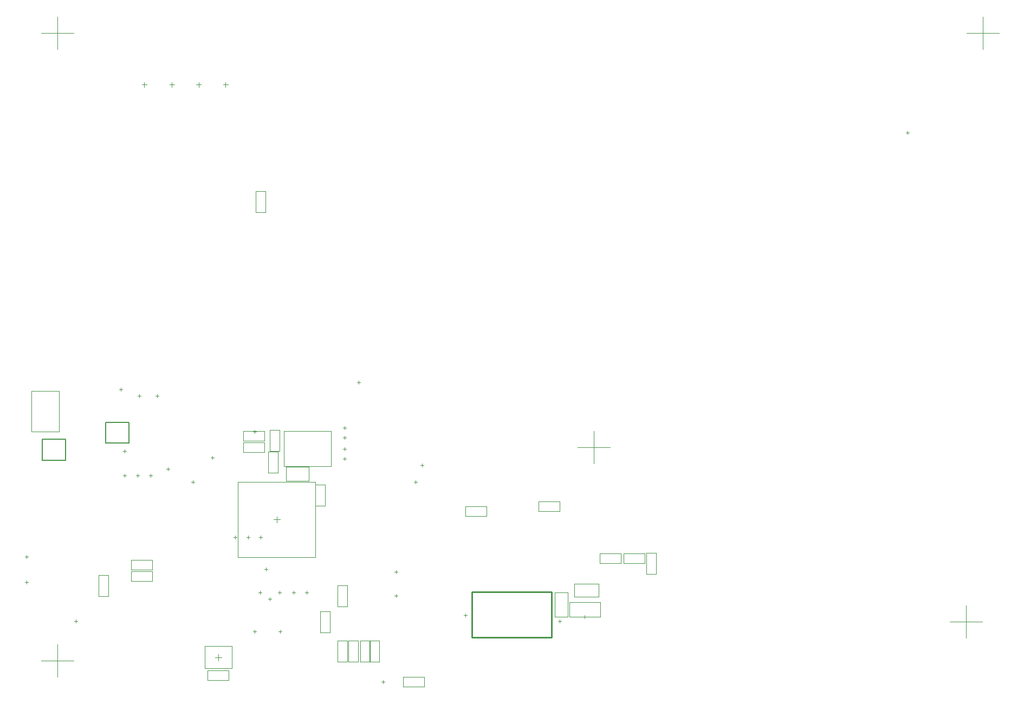
<source format=gbr>
%TF.GenerationSoftware,Altium Limited,Altium Designer,20.0.13 (296)*%
G04 Layer_Color=8388736*
%FSLAX26Y26*%
%MOIN*%
%TF.FileFunction,Other,Bottom_Courtyard*%
%TF.Part,Single*%
G01*
G75*
%TA.AperFunction,NonConductor*%
%ADD106C,0.007874*%
%ADD107C,0.010000*%
%ADD188C,0.004000*%
%ADD189C,0.003937*%
%ADD195C,0.001968*%
D106*
X687835Y1561220D02*
Y1688780D01*
X542165D02*
X687835D01*
X542165Y1561220D02*
X687835D01*
X542165D02*
Y1688780D01*
X297835Y1456220D02*
Y1583780D01*
X152165D02*
X297835D01*
X152165Y1456220D02*
X297835D01*
X152165D02*
Y1583780D01*
D107*
X3285000Y365000D02*
Y645000D01*
X2795000Y365000D02*
X3285000D01*
X2795000D02*
Y645000D01*
X3285000D01*
D188*
X3728496Y823000D02*
X3858496D01*
Y883000D01*
X3728496D02*
X3858496D01*
X3728496Y823000D02*
Y883000D01*
X1616461Y390000D02*
Y410000D01*
X1606461Y400000D02*
X1626461D01*
X1460000Y390000D02*
Y410000D01*
X1450000Y400000D02*
X1470000D01*
X1541461Y600000D02*
X1561461D01*
X1551461Y590000D02*
Y610000D01*
X2098465Y1925000D02*
Y1945000D01*
X2088465Y1935000D02*
X2108465D01*
X2451102Y1310000D02*
Y1330000D01*
X2441102Y1320000D02*
X2461102D01*
X2480000Y1425000D02*
X2500000D01*
X2490000Y1415000D02*
Y1435000D01*
X729429Y1360000D02*
X749429D01*
X739429Y1350000D02*
Y1370000D01*
X925965Y1390000D02*
Y1410000D01*
X915965Y1400000D02*
X935965D01*
X649429Y1361500D02*
X669429D01*
X659429Y1351500D02*
Y1371500D01*
X360000Y455000D02*
Y475000D01*
X350000Y465000D02*
X370000D01*
X1530000Y775000D02*
Y795000D01*
X1520000Y785000D02*
X1540000D01*
X2250000Y80000D02*
Y100000D01*
X2240000Y90000D02*
X2260000D01*
X1410000Y981535D02*
X1430000D01*
X1420000Y971535D02*
Y991535D01*
X1330000Y981535D02*
X1350000D01*
X1340000Y971535D02*
Y991535D01*
X2035000Y215630D02*
Y345630D01*
Y215630D02*
X2095000D01*
Y345630D01*
X2035000D02*
X2095000D01*
X1970000Y215000D02*
Y345000D01*
Y215000D02*
X2030000D01*
Y345000D01*
X1970000D02*
X2030000D01*
X1170591Y162401D02*
X1300591D01*
X1170591Y102401D02*
Y162401D01*
Y102401D02*
X1300591D01*
Y162401D01*
X1922677Y395875D02*
Y525875D01*
X1862677D02*
X1922677D01*
X1862677Y395875D02*
Y525875D01*
Y395875D02*
X1922677D01*
X2168740Y215000D02*
Y345000D01*
X2108740D02*
X2168740D01*
X2108740Y215000D02*
Y345000D01*
Y215000D02*
X2168740D01*
X2225630D02*
Y345000D01*
X2165630D02*
X2225630D01*
X2165630Y215000D02*
Y345000D01*
Y215000D02*
X2225630D01*
X1198465Y1462599D02*
Y1482599D01*
X1188465Y1472599D02*
X1208465D01*
X738465Y1852599D02*
X758465D01*
X748465Y1842599D02*
Y1862599D01*
X848465Y1852599D02*
X868465D01*
X858465Y1842599D02*
Y1862599D01*
X1389370Y1505000D02*
X1519370D01*
Y1565000D01*
X1389370D02*
X1519370D01*
X1389370Y1505000D02*
Y1565000D01*
Y1575000D02*
X1519370D01*
Y1635000D01*
X1389370D02*
X1519370D01*
X1389370Y1575000D02*
Y1635000D01*
X2014370Y1585000D02*
Y1605000D01*
X2004370Y1595000D02*
X2024370D01*
X2014370Y1515000D02*
Y1535000D01*
X2004370Y1525000D02*
X2024370D01*
X2014370Y1645000D02*
Y1665000D01*
X2004370Y1655000D02*
X2024370D01*
X2014370Y1455000D02*
Y1475000D01*
X2004370Y1465000D02*
X2024370D01*
X3584000Y823000D02*
X3714000D01*
Y883000D01*
X3584000D02*
X3714000D01*
X3584000Y823000D02*
Y883000D01*
X3870000Y753535D02*
Y883535D01*
Y753535D02*
X3930000D01*
Y883535D01*
X3870000D02*
X3930000D01*
X3480000Y490130D02*
X3500000D01*
X3490000Y480130D02*
Y500130D01*
X1525000Y2980000D02*
Y3110000D01*
X1465000D02*
X1525000D01*
X1465000Y2980000D02*
Y3110000D01*
Y2980000D02*
X1525000D01*
X658307Y1500122D02*
Y1520122D01*
X648307Y1510122D02*
X668307D01*
X45000Y860000D02*
X65000D01*
X55000Y850000D02*
Y870000D01*
X1491500Y630000D02*
Y650000D01*
X1481500Y640000D02*
X1501500D01*
X3395000Y580130D02*
X3585000D01*
Y490130D02*
Y580130D01*
X3395000Y490130D02*
X3585000D01*
X3395000D02*
Y580130D01*
X5476772Y3460000D02*
Y3480000D01*
X5466772Y3470000D02*
X5486772D01*
X85000Y1880000D02*
X255000D01*
Y1630000D02*
Y1880000D01*
X85000Y1630000D02*
X255000D01*
X85000D02*
Y1880000D01*
X1079429Y1310000D02*
Y1330000D01*
X1069429Y1320000D02*
X1089429D01*
X809429Y1360000D02*
X829429D01*
X819429Y1350000D02*
Y1370000D01*
X700000Y710000D02*
X830000D01*
Y770000D01*
X700000D02*
X830000D01*
X700000Y710000D02*
Y770000D01*
Y780000D02*
X830000D01*
Y840000D01*
X700000D02*
X830000D01*
X700000Y780000D02*
Y840000D01*
X501000Y619000D02*
Y749000D01*
Y619000D02*
X561000D01*
Y749000D01*
X501000D02*
X561000D01*
X45000Y705905D02*
X65000D01*
X55000Y695905D02*
Y715905D01*
X2374547Y120000D02*
X2504547D01*
X2374547Y60000D02*
Y120000D01*
Y60000D02*
X2504547D01*
Y120000D01*
X1833110Y1174606D02*
Y1304606D01*
Y1174606D02*
X1893110D01*
Y1304606D01*
X1833110D02*
X1893110D01*
X2320000Y766535D02*
X2340000D01*
X2330000Y756535D02*
Y776535D01*
X2320000Y620000D02*
X2340000D01*
X2330000Y610000D02*
Y630000D01*
X1485000Y981535D02*
X1505000D01*
X1495000Y971535D02*
Y991535D01*
X2030000Y555000D02*
Y685000D01*
X1970000D02*
X2030000D01*
X1970000Y555000D02*
Y685000D01*
Y555000D02*
X2030000D01*
X1768000Y640000D02*
X1788000D01*
X1778000Y630000D02*
Y650000D01*
X1688000Y640000D02*
X1708000D01*
X1698000Y630000D02*
Y650000D01*
X1603000Y640000D02*
X1623000D01*
X1613000Y630000D02*
Y650000D01*
X1448465Y1632599D02*
X1468465D01*
X1458465Y1622599D02*
Y1642599D01*
X636535Y1880000D02*
Y1900000D01*
X626535Y1890000D02*
X646535D01*
X1604370Y1378189D02*
Y1508189D01*
X1544370D02*
X1604370D01*
X1544370Y1378189D02*
Y1508189D01*
Y1378189D02*
X1604370D01*
X1614370Y1512067D02*
Y1642067D01*
X1554370D02*
X1614370D01*
X1554370Y1512067D02*
Y1642067D01*
Y1512067D02*
X1614370D01*
X3305000Y490000D02*
X3385000D01*
X3305000D02*
Y640000D01*
X3385000D01*
Y490000D02*
Y640000D01*
X2755000Y1170000D02*
X2885000D01*
X2755000Y1110000D02*
Y1170000D01*
Y1110000D02*
X2885000D01*
Y1170000D01*
X3205000Y1140000D02*
X3335000D01*
Y1200000D01*
X3205000D02*
X3335000D01*
X3205000Y1140000D02*
Y1200000D01*
X3577000Y613425D02*
Y693425D01*
X3427000Y613425D02*
X3577000D01*
X3427000D02*
Y693425D01*
X3577000D01*
X2745000Y500000D02*
X2765000D01*
X2755000Y490000D02*
Y510000D01*
X3325000Y465000D02*
X3345000D01*
X3335000Y455000D02*
Y475000D01*
X1265000Y3768000D02*
X1295000D01*
X1280000Y3753000D02*
Y3783000D01*
X1100000Y3768000D02*
X1130000D01*
X1115000Y3753000D02*
Y3783000D01*
X935000Y3768000D02*
X965000D01*
X950000Y3753000D02*
Y3783000D01*
X765000Y3768000D02*
X795000D01*
X780000Y3753000D02*
Y3783000D01*
X3545000Y1535000D02*
Y1635000D01*
X3445000Y1535000D02*
X3545000D01*
Y1435000D02*
Y1535000D01*
X3645000D01*
X5835000Y460000D02*
Y560000D01*
X5735000Y460000D02*
X5835000D01*
Y360000D02*
Y460000D01*
X5935000D01*
X245000Y220000D02*
X345000D01*
X245000D02*
Y320000D01*
Y120000D02*
Y220000D01*
X145000D02*
X245000D01*
Y4085000D02*
X345000D01*
X245000D02*
Y4185000D01*
Y3985000D02*
Y4085000D01*
X145000D02*
X245000D01*
X5940000D02*
Y4185000D01*
X5840000Y4085000D02*
X5940000D01*
Y3985000D02*
Y4085000D01*
X6040000D01*
D189*
X1595000Y1070315D02*
Y1109685D01*
X1575315Y1090000D02*
X1614685D01*
X1215906Y242401D02*
X1255276D01*
X1235591Y222716D02*
Y262087D01*
D195*
X1356811Y1321299D02*
X1833189D01*
X1356811Y858701D02*
X1833189D01*
X1356811D02*
Y1321299D01*
X1833189Y858701D02*
Y1321299D01*
X1652307Y1413307D02*
X1792071D01*
Y1326693D02*
Y1413307D01*
X1652307Y1326693D02*
X1792071D01*
X1652307D02*
Y1413307D01*
X1318268Y173504D02*
Y311299D01*
X1152913Y173504D02*
Y311299D01*
X1318268D01*
X1152913Y173504D02*
X1318268D01*
X1930039Y1416732D02*
Y1633268D01*
X1638701D02*
X1930039D01*
X1638701Y1416732D02*
X1930039D01*
X1638701D02*
Y1633268D01*
%TF.MD5,6dc15549df25462c3251fa0aeaf2c3ab*%
M02*

</source>
